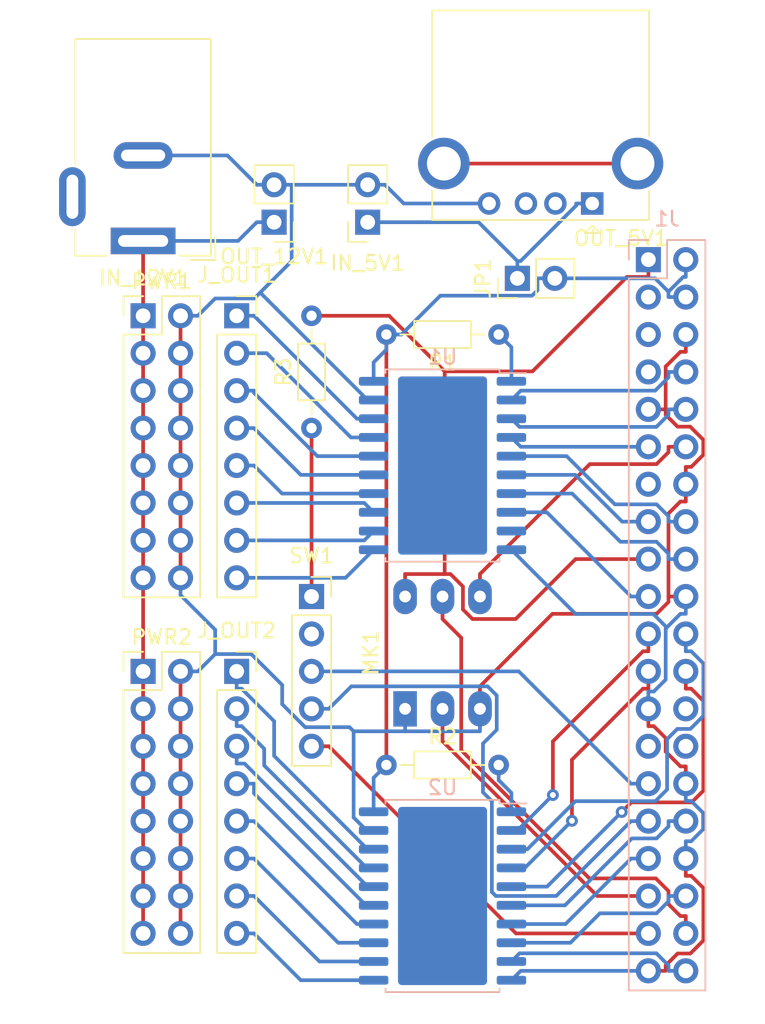
<source format=kicad_pcb>
(kicad_pcb (version 20240108) (generator "pcbnew") (generator_version "8.0")
  (layers (0 "F.Cu" signal) (31 "B.Cu" signal) (34 "B.Paste" user) (35 "F.Paste" user) (36 "B.SilkS" user "B.Silkscreen") (37 "F.SilkS" user "F.Silkscreen") (38 "B.Mask" user) (39 "F.Mask" user) (44 "Edge.Cuts" user))
  (net 0 "")
  (net 1 "GND")
  (net 2 "Net-(J1-Pad3)")
  (net 3 "VCC")
  (net 4 "Net-(J1-Pad5)")
  (net 5 "/SMI_SD13")
  (net 6 "/I2S_SD")
  (net 7 "/SEL_MODE3")
  (net 8 "/SMI_SD8")
  (net 9 "/I2S_WS")
  (net 10 "/SMI_SD5")
  (net 11 "/SMI_SD4")
  (net 12 "/SEL_MODE2")
  (net 13 "/SEL_MODE1")
  (net 14 "/SMI_SD0")
  (net 15 "/SMI_SD3")
  (net 16 "/SMI_SD17")
  (net 17 "/SMI_SD1")
  (net 18 "/SMI_SD2")
  (net 19 "/SMI_SD16")
  (net 20 "+3V3")
  (net 21 "/SMI_SD15")
  (net 22 "/SMI_SD14")
  (net 23 "/I2S_CLK")
  (net 24 "/SMI_SD9")
  (net 25 "/SMI_SD7")
  (net 26 "/SMI_SD6")
  (net 27 "+5V")
  (net 28 "+12V")
  (net 29 "Net-(R3-Pad1)")
  (net 30 "/SEL_MODE0")
  (net 31 "Net-(J1-Pad7)")
  (net 32 "Net-(J1-Pad13)")
  (net 33 "Net-(J1-Pad26)")
  (net 34 "Net-(J1-Pad27)")
  (net 35 "Net-(J1-Pad28)")
  (net 36 "Net-(J_OUT1-Pad1)")
  (net 37 "Net-(J_OUT1-Pad2)")
  (net 38 "Net-(J_OUT1-Pad3)")
  (net 39 "Net-(J_OUT1-Pad4)")
  (net 40 "Net-(J_OUT1-Pad5)")
  (net 41 "Net-(J_OUT1-Pad6)")
  (net 42 "Net-(J_OUT1-Pad7)")
  (net 43 "Net-(J_OUT1-Pad8)")
  (net 44 "Net-(J_OUT2-Pad1)")
  (net 45 "Net-(J_OUT2-Pad2)")
  (net 46 "Net-(J_OUT2-Pad3)")
  (net 47 "Net-(J_OUT2-Pad4)")
  (net 48 "Net-(J_OUT2-Pad5)")
  (net 49 "Net-(J_OUT2-Pad6)")
  (net 50 "Net-(J_OUT2-Pad7)")
  (net 51 "Net-(J_OUT2-Pad8)")
  (net 52 "Net-(OUT_5V1-Pad3)")
  (net 53 "Net-(OUT_5V1-Pad2)")
  (net 54 "Net-(OUT_5V1-Pad5)")
  (net 55 "Net-(R1-Pad1)")
  (net 56 "Net-(R2-Pad2)")
  (net 57 "Net-(U1-Pad9)")
  (footprint "Connector_USB:USB_A_CONNFLY_DS1095-WNR0" (layer "F.Cu") (at 133.35 92.71 180)
    (property "Reference" "OUT_5V1")
    (property "Value" "USB_A")
  )
  (footprint "Connector_PinSocket_2.54mm:PinSocket_1x02_P2.54mm_Vertical" (layer "F.Cu") (at 118.11 93.98 180)
    (property "Reference" "IN_5V1")
    (property "Value" "Conn_01x02_Female")
  )
  (footprint "Connector_PinHeader_2.54mm:PinHeader_1x02_P2.54mm_Vertical" (layer "F.Cu") (at 111.76 93.98 180)
    (property "Reference" "OUT_12V1")
    (property "Value" "Conn_01x02_Male")
  )
  (footprint "Connector_BarrelJack:BarrelJack_Wuerth_6941xx301002" (layer "F.Cu") (at 102.87 95.25 180)
    (property "Reference" "IN_12V1")
    (property "Value" "Jack-DC")
  )
  (footprint "LedBarsHat:Led_Power_Bus" (layer "F.Cu") (at 102.87 124.46)
    (property "Reference" "PWR2")
    (property "Value" "Conn_02x08_Row_Letter_Last")
  )
  (footprint "LedBarsHat:Led_Signal_Bus" (layer "F.Cu") (at 109.22 100.33)
    (property "Reference" "J_OUT1")
    (property "Value" "Conn_01x08_Female")
  )
  (footprint "LedBarsHat:Led_Signal_Bus" (layer "F.Cu") (at 109.22 124.46)
    (property "Reference" "J_OUT2")
    (property "Value" "Conn_01x08_Female")
  )
  (footprint "LedBarsHat:Led_Power_Bus" (layer "F.Cu") (at 102.87 100.33)
    (property "Reference" "PWR1")
    (property "Value" "Conn_02x08_Row_Letter_Last")
  )
  (footprint "Connector_PinHeader_2.54mm:PinHeader_1x02_P2.54mm_Vertical" (layer "F.Cu") (at 128.27 97.79 90)
    (property "Reference" "JP1")
    (property "Value" "Jumper")
  )
  (footprint "LedBarsHat:I2S_MEMS_Microphone" (layer "F.Cu") (at 120.65 127 90)
    (property "Reference" "MK1")
    (property "Value" "MP45DT02")
  )
  (footprint "Resistor_THT:R_Axial_DIN0204_L3.6mm_D1.6mm_P7.62mm_Horizontal" (layer "F.Cu") (at 119.38 130.81)
    (property "Reference" "R2")
    (property "Value" "R")
  )
  (footprint "Resistor_THT:R_Axial_DIN0204_L3.6mm_D1.6mm_P7.62mm_Horizontal" (layer "F.Cu") (at 127 101.6 180)
    (property "Reference" "R1")
    (property "Value" "R")
  )
  (footprint "Resistor_THT:R_Axial_DIN0204_L3.6mm_D1.6mm_P7.62mm_Horizontal" (layer "F.Cu") (at 114.3 107.95 90)
    (property "Reference" "R3")
    (property "Value" "R")
  )
  (footprint "Connector_PinSocket_2.54mm:PinSocket_1x05_P2.54mm_Vertical" (layer "F.Cu") (at 114.3 119.38)
    (property "Reference" "SW1")
    (property "Value" "SW_Coded")
  )
  (footprint "Connector_PinSocket_2.54mm:PinSocket_2x20_P2.54mm_Vertical" (layer "B.Cu") (at 137.16 96.52 180)
    (property "Reference" "J1")
    (property "Value" "Raspberry_Pi_2_3")
  )
  (footprint "Package_SO:SO-20-1EP_7.52x12.825mm_P1.27mm_EP6.045x12.09mm_Mask3.56x4.47mm" (layer "B.Cu") (at 123.19 139.7 180)
    (property "Reference" "U2")
    (property "Value" "74HCT245")
  )
  (footprint "Package_SO:SO-20-1EP_7.52x12.825mm_P1.27mm_EP6.045x12.09mm_Mask3.56x4.47mm" (layer "B.Cu") (at 123.19 110.49 180)
    (property "Reference" "U1")
    (property "Value" "74HCT245")
  )
  (segment (start 137.527 128.175) (end 137.16 128.175) (width 0.25) (layer "F.Cu") (net 1))
  (segment (start 105.41 127) (end 105.41 124.46) (width 0.25) (layer "F.Cu") (net 1))
  (segment (start 137.16 128.175) (end 137.16 127) (width 0.25) (layer "F.Cu") (net 1))
  (segment (start 140.893 139.161) (end 140.893 142.721) (width 0.25) (layer "F.Cu") (net 1))
  (segment (start 137.717 120.555) (end 138.525 119.747) (width 0.25) (layer "F.Cu") (net 1))
  (segment (start 139.143 143.605) (end 138.335 144.413) (width 0.25) (layer "F.Cu") (net 1))
  (segment (start 139.333 130.905) (end 138.335 129.907) (width 0.25) (layer "F.Cu") (net 1))
  (segment (start 140.893 142.721) (end 140.009 143.605) (width 0.25) (layer "F.Cu") (net 1))
  (segment (start 138.525 119.38) (end 138.525 113.743) (width 0.25) (layer "F.Cu") (net 1))
  (segment (start 105.41 137.16) (end 105.41 134.62) (width 0.25) (layer "F.Cu") (net 1))
  (segment (start 105.41 139.7) (end 105.41 137.16) (width 0.25) (layer "F.Cu") (net 1))
  (segment (start 105.41 118.11) (end 105.41 115.57) (width 0.25) (layer "F.Cu") (net 1))
  (segment (start 139.7 130.905) (end 139.333 130.905) (width 0.25) (layer "F.Cu") (net 1))
  (segment (start 139.7 111.76) (end 139.7 110.585) (width 0.25) (layer "F.Cu") (net 1))
  (segment (start 105.41 105.41) (end 105.41 102.87) (width 0.25) (layer "F.Cu") (net 1))
  (segment (start 105.41 129.54) (end 105.41 127) (width 0.25) (layer "F.Cu") (net 1))
  (segment (start 139.7 119.38) (end 138.525 119.38) (width 0.25) (layer "F.Cu") (net 1))
  (segment (start 130.649 120.555) (end 137.717 120.555) (width 0.25) (layer "F.Cu") (net 1))
  (segment (start 138.335 107.047) (end 138.335 106.68) (width 0.25) (layer "F.Cu") (net 1))
  (segment (start 138.335 128.983) (end 137.527 128.175) (width 0.25) (layer "F.Cu") (net 1))
  (segment (start 105.41 134.62) (end 105.41 132.08) (width 0.25) (layer "F.Cu") (net 1))
  (segment (start 140.067 138.335) (end 140.893 139.161) (width 0.25) (layer "F.Cu") (net 1))
  (segment (start 139.333 102.775) (end 139.7 102.775) (width 0.25) (layer "F.Cu") (net 1))
  (segment (start 138.335 144.78) (end 137.16 144.78) (width 0.25) (layer "F.Cu") (net 1))
  (segment (start 138.525 119.747) (end 138.525 119.38) (width 0.25) (layer "F.Cu") (net 1))
  (segment (start 138.335 144.413) (end 138.335 144.78) (width 0.25) (layer "F.Cu") (net 1))
  (segment (start 139.7 132.08) (end 139.7 130.905) (width 0.25) (layer "F.Cu") (net 1))
  (segment (start 139.143 107.855) (end 138.335 107.047) (width 0.25) (layer "F.Cu") (net 1))
  (segment (start 105.41 115.57) (end 105.41 113.03) (width 0.25) (layer "F.Cu") (net 1))
  (segment (start 139.7 110.585) (end 140.067 110.585) (width 0.25) (layer "F.Cu") (net 1))
  (segment (start 140.887 109.765) (end 140.887 108.741) (width 0.25) (layer "F.Cu") (net 1))
  (segment (start 125.73 125.475) (end 130.649 120.555) (width 0.25) (layer "F.Cu") (net 1))
  (segment (start 139.7 138.335) (end 140.067 138.335) (width 0.25) (layer "F.Cu") (net 1))
  (segment (start 138.335 129.907) (end 138.335 128.983) (width 0.25) (layer "F.Cu") (net 1))
  (segment (start 139.7 112.935) (end 139.7 111.76) (width 0.25) (layer "F.Cu") (net 1))
  (segment (start 140.009 143.605) (end 139.143 143.605) (width 0.25) (layer "F.Cu") (net 1))
  (segment (start 105.41 110.49) (end 105.41 107.95) (width 0.25) (layer "F.Cu") (net 1))
  (segment (start 139.7 102.775) (end 139.7 101.6) (width 0.25) (layer "F.Cu") (net 1))
  (segment (start 105.41 102.87) (end 105.41 100.33) (width 0.25) (layer "F.Cu") (net 1))
  (segment (start 105.41 113.03) (end 105.41 110.49) (width 0.25) (layer "F.Cu") (net 1))
  (segment (start 139.7 137.16) (end 139.7 138.335) (width 0.25) (layer "F.Cu") (net 1))
  (segment (start 105.41 107.95) (end 105.41 105.41) (width 0.25) (layer "F.Cu") (net 1))
  (segment (start 138.525 113.743) (end 139.333 112.935) (width 0.25) (layer "F.Cu") (net 1))
  (segment (start 105.41 142.24) (end 105.41 139.7) (width 0.25) (layer "F.Cu") (net 1))
  (segment (start 139.333 112.935) (end 139.7 112.935) (width 0.25) (layer "F.Cu") (net 1))
  (segment (start 138.335 103.773) (end 139.333 102.775) (width 0.25) (layer "F.Cu") (net 1))
  (segment (start 140.002 107.855) (end 139.143 107.855) (width 0.25) (layer "F.Cu") (net 1))
  (segment (start 105.41 132.08) (end 105.41 129.54) (width 0.25) (layer "F.Cu") (net 1))
  (segment (start 137.16 106.68) (end 138.335 106.68) (width 0.25) (layer "F.Cu") (net 1))
  (segment (start 125.73 127) (end 125.73 125.475) (width 0.25) (layer "F.Cu") (net 1))
  (segment (start 138.335 106.68) (end 138.335 103.773) (width 0.25) (layer "F.Cu") (net 1))
  (segment (start 140.887 108.741) (end 140.002 107.855) (width 0.25) (layer "F.Cu") (net 1))
  (segment (start 140.067 110.585) (end 140.887 109.765) (width 0.25) (layer "F.Cu") (net 1))
  (segment (start 139.333 120.555) (end 138.408 121.48) (width 0.25) (layer "B.Cu") (net 1))
  (segment (start 125.73 128.525) (end 125.73 127) (width 0.25) (layer "B.Cu") (net 1))
  (segment (start 139.7 135.985) (end 139.7 137.16) (width 0.25) (layer "B.Cu") (net 1))
  (segment (start 139.7 132.08) (end 139.7 133.255) (width 0.25) (layer "B.Cu") (net 1))
  (segment (start 140.067 135.985) (end 139.7 135.985) (width 0.25) (layer "B.Cu") (net 1))
  (segment (start 140.875 135.177) (end 140.067 135.985) (width 0.25) (layer "B.Cu") (net 1))
  (segment (start 140.067 133.255) (end 140.875 134.063) (width 0.25) (layer "B.Cu") (net 1))
  (segment (start 139.7 119.38) (end 139.7 120.555) (width 0.25) (layer "B.Cu") (net 1))
  (segment (start 110.816 98.7557) (end 118.106 106.045) (width 0.25) (layer "B.Cu") (net 1))
  (segment (start 117.156 134.373) (end 118.038 135.255) (width 0.25) (layer "B.Cu") (net 1))
  (segment (start 108.595 89.45) (end 110.585 91.44) (width 0.25) (layer "B.Cu") (net 1))
  (segment (start 139.7 120.555) (end 139.333 120.555) (width 0.25) (layer "B.Cu") (net 1))
  (segment (start 107.761 99.1546) (end 110.417 99.1546) (width 0.25) (layer "B.Cu") (net 1))
  (segment (start 139.7 133.255) (end 140.067 133.255) (width 0.25) (layer "B.Cu") (net 1))
  (segment (start 105.41 100.33) (end 106.585 100.33) (width 0.25) (layer "B.Cu") (net 1))
  (segment (start 105.41 118.11) (end 105.41 119.285) (width 0.25) (layer "B.Cu") (net 1))
  (segment (start 105.41 124.46) (end 106.585 124.46) (width 0.25) (layer "B.Cu") (net 1))
  (segment (start 140.875 134.063) (end 140.875 135.177) (width 0.25) (layer "B.Cu") (net 1))
  (segment (start 132.226 120.566) (end 127.865 116.205) (width 0.25) (layer "B.Cu") (net 1))
  (segment (start 138.335 121.553) (end 138.408 121.48) (width 0.25) (layer "B.Cu") (net 1))
  (segment (start 105.41 119.285) (end 107.761 121.636) (width 0.25) (layer "B.Cu") (net 1))
  (segment (start 137.16 125.825) (end 137.527 125.825) (width 0.25) (layer "B.Cu") (net 1))
  (segment (start 120.555 92.71) (end 119.285 91.44) (width 0.25) (layer "B.Cu") (net 1))
  (segment (start 112.308 126.685) (end 113.869 128.246) (width 0.25) (layer "B.Cu") (net 1))
  (segment (start 106.585 100.33) (end 107.761 99.1546) (width 0.25) (layer "B.Cu") (net 1))
  (segment (start 117.156 128.525) (end 120.65 128.525) (width 0.25) (layer "B.Cu") (net 1))
  (segment (start 113.869 128.246) (end 116.877 128.246) (width 0.25) (layer "B.Cu") (net 1))
  (segment (start 126.35 92.71) (end 120.555 92.71) (width 0.25) (layer "B.Cu") (net 1))
  (segment (start 112.308 125.381) (end 112.308 126.685) (width 0.25) (layer "B.Cu") (net 1))
  (segment (start 137.527 125.825) (end 138.335 125.017) (width 0.25) (layer "B.Cu") (net 1))
  (segment (start 110.585 91.44) (end 111.76 91.44) (width 0.25) (layer "B.Cu") (net 1))
  (segment (start 112.951 96.6214) (end 112.951 91.44) (width 0.25) (layer "B.Cu") (net 1))
  (segment (start 128.5 144.78) (end 127.865 145.415) (width 0.25) (layer "B.Cu") (net 1))
  (segment (start 119.285 91.44) (end 118.11 91.44) (width 0.25) (layer "B.Cu") (net 1))
  (segment (start 110.211 123.285) (end 112.308 125.381) (width 0.25) (layer "B.Cu") (net 1))
  (segment (start 107.761 121.636) (end 107.761 123.285) (width 0.25) (layer "B.Cu") (net 1))
  (segment (start 137.16 144.78) (end 128.5 144.78) (width 0.25) (layer "B.Cu") (net 1))
  (segment (start 120.65 127) (end 120.65 128.525) (width 0.25) (layer "B.Cu") (net 1))
  (segment (start 138.408 121.48) (end 137.494 120.566) (width 0.25) (layer "B.Cu") (net 1))
  (segment (start 110.816 98.7557) (end 112.951 96.6214) (width 0.25) (layer "B.Cu") (net 1))
  (segment (start 107.761 123.285) (end 110.211 123.285) (width 0.25) (layer "B.Cu") (net 1))
  (segment (start 120.65 128.525) (end 125.73 128.525) (width 0.25) (layer "B.Cu") (net 1))
  (segment (start 138.335 125.017) (end 138.335 121.553) (width 0.25) (layer "B.Cu") (net 1))
  (segment (start 112.951 91.44) (end 111.76 91.44) (width 0.25) (layer "B.Cu") (net 1))
  (segment (start 110.417 99.1546) (end 110.816 98.7557) (width 0.25) (layer "B.Cu") (net 1))
  (segment (start 137.16 127) (end 137.16 125.825) (width 0.25) (layer "B.Cu") (net 1))
  (segment (start 118.038 135.255) (end 118.515 135.255) (width 0.25) (layer "B.Cu") (net 1))
  (segment (start 116.877 128.246) (end 117.156 128.525) (width 0.25) (layer "B.Cu") (net 1))
  (segment (start 102.87 89.45) (end 108.595 89.45) (width 0.25) (layer "B.Cu") (net 1))
  (segment (start 112.951 91.44) (end 118.11 91.44) (width 0.25) (layer "B.Cu") (net 1))
  (segment (start 118.106 106.045) (end 118.515 106.045) (width 0.25) (layer "B.Cu") (net 1))
  (segment (start 137.494 120.566) (end 132.226 120.566) (width 0.25) (layer "B.Cu") (net 1))
  (segment (start 117.156 128.525) (end 117.156 134.373) (width 0.25) (layer "B.Cu") (net 1))
  (segment (start 106.585 124.46) (end 107.761 123.285) (width 0.25) (layer "B.Cu") (net 1))
  (segment (start 132.263 92.8459) (end 128.494 96.6147) (width 0.25) (layer "B.Cu") (net 3))
  (segment (start 118.11 93.98) (end 125.635 93.98) (width 0.25) (layer "B.Cu") (net 3))
  (segment (start 132.263 92.71) (end 132.263 92.8459) (width 0.25) (layer "B.Cu") (net 3))
  (segment (start 128.27 97.79) (end 128.27 96.6147) (width 0.25) (layer "B.Cu") (net 3))
  (segment (start 125.635 93.98) (end 128.27 96.6147) (width 0.25) (layer "B.Cu") (net 3))
  (segment (start 128.494 96.6147) (end 128.27 96.6147) (width 0.25) (layer "B.Cu") (net 3))
  (segment (start 133.35 92.71) (end 132.263 92.71) (width 0.25) (layer "B.Cu") (net 3))
  (segment (start 138.525 144.413) (end 137.701 143.589) (width 0.25) (layer "B.Cu") (net 5))
  (segment (start 137.701 143.589) (end 128.421 143.589) (width 0.25) (layer "B.Cu") (net 5))
  (segment (start 138.525 144.78) (end 138.525 144.413) (width 0.25) (layer "B.Cu") (net 5))
  (segment (start 128.421 143.589) (end 127.865 144.145) (width 0.25) (layer "B.Cu") (net 5))
  (segment (start 139.7 144.78) (end 138.525 144.78) (width 0.25) (layer "B.Cu") (net 5))
  (segment (start 138.525 139.364) (end 137.669 138.508) (width 0.25) (layer "F.Cu") (net 6))
  (segment (start 137.669 138.508) (end 133.157 138.508) (width 0.25) (layer "F.Cu") (net 6))
  (segment (start 133.157 138.508) (end 124.46 129.81) (width 0.25) (layer "F.Cu") (net 6))
  (segment (start 138.525 140.257) (end 138.525 139.364) (width 0.25) (layer "F.Cu") (net 6))
  (segment (start 124.46 129.81) (end 124.46 122.175) (width 0.25) (layer "F.Cu") (net 6))
  (segment (start 124.46 122.175) (end 123.19 120.905) (width 0.25) (layer "F.Cu") (net 6))
  (segment (start 139.333 141.065) (end 138.525 140.257) (width 0.25) (layer "F.Cu") (net 6))
  (segment (start 123.19 120.905) (end 123.19 119.38) (width 0.25) (layer "F.Cu") (net 6))
  (segment (start 139.7 141.065) (end 139.333 141.065) (width 0.25) (layer "F.Cu") (net 6))
  (segment (start 139.7 142.24) (end 139.7 141.065) (width 0.25) (layer "F.Cu") (net 6))
  (segment (start 115.475 129.54) (end 128.175 142.24) (width 0.25) (layer "F.Cu") (net 7))
  (segment (start 128.175 142.24) (end 137.16 142.24) (width 0.25) (layer "F.Cu") (net 7))
  (segment (start 114.3 129.54) (end 115.475 129.54) (width 0.25) (layer "F.Cu") (net 7))
  (segment (start 133.87 140.875) (end 131.87 142.875) (width 0.25) (layer "B.Cu") (net 8))
  (segment (start 138.525 139.7) (end 138.525 140.067) (width 0.25) (layer "B.Cu") (net 8))
  (segment (start 138.525 140.067) (end 137.717 140.875) (width 0.25) (layer "B.Cu") (net 8))
  (segment (start 139.7 139.7) (end 138.525 139.7) (width 0.25) (layer "B.Cu") (net 8))
  (segment (start 137.717 140.875) (end 133.87 140.875) (width 0.25) (layer "B.Cu") (net 8))
  (segment (start 131.87 142.875) (end 127.865 142.875) (width 0.25) (layer "B.Cu") (net 8))
  (segment (start 137.16 139.7) (end 133.69 139.7) (width 0.25) (layer "F.Cu") (net 9))
  (segment (start 133.69 139.7) (end 123.19 129.2) (width 0.25) (layer "F.Cu") (net 9))
  (segment (start 123.19 129.2) (end 123.19 127) (width 0.25) (layer "F.Cu") (net 9))
  (segment (start 135.985 137.16) (end 137.16 137.16) (width 0.25) (layer "B.Cu") (net 10))
  (segment (start 131.54 141.605) (end 135.985 137.16) (width 0.25) (layer "B.Cu") (net 10))
  (segment (start 127.865 141.605) (end 131.54 141.605) (width 0.25) (layer "B.Cu") (net 10))
  (segment (start 137.717 135.795) (end 136.037 135.795) (width 0.25) (layer "B.Cu") (net 11))
  (segment (start 136.037 135.795) (end 131.498 140.335) (width 0.25) (layer "B.Cu") (net 11))
  (segment (start 131.498 140.335) (end 127.865 140.335) (width 0.25) (layer "B.Cu") (net 11))
  (segment (start 138.525 134.987) (end 137.717 135.795) (width 0.25) (layer "B.Cu") (net 11))
  (segment (start 139.7 134.62) (end 138.525 134.62) (width 0.25) (layer "B.Cu") (net 11))
  (segment (start 138.525 134.62) (end 138.525 134.987) (width 0.25) (layer "B.Cu") (net 11))
  (segment (start 126.869 126.094) (end 126.25 125.475) (width 0.25) (layer "B.Cu") (net 12))
  (segment (start 137.16 134.62) (end 135.985 134.62) (width 0.25) (layer "B.Cu") (net 12))
  (segment (start 135.985 134.62) (end 130.905 139.7) (width 0.25) (layer "B.Cu") (net 12))
  (segment (start 125.935 129.358) (end 126.869 128.424) (width 0.25) (layer "B.Cu") (net 12))
  (segment (start 125.935 132.662) (end 125.935 129.358) (width 0.25) (layer "B.Cu") (net 12))
  (segment (start 126.539 139.43) (end 126.539 133.265) (width 0.25) (layer "B.Cu") (net 12))
  (segment (start 117.001 125.475) (end 115.475 127) (width 0.25) (layer "B.Cu") (net 12))
  (segment (start 130.905 139.7) (end 126.809 139.7) (width 0.25) (layer "B.Cu") (net 12))
  (segment (start 126.25 125.475) (end 117.001 125.475) (width 0.25) (layer "B.Cu") (net 12))
  (segment (start 126.539 133.265) (end 125.935 132.662) (width 0.25) (layer "B.Cu") (net 12))
  (segment (start 126.809 139.7) (end 126.539 139.43) (width 0.25) (layer "B.Cu") (net 12))
  (segment (start 126.869 128.424) (end 126.869 126.094) (width 0.25) (layer "B.Cu") (net 12))
  (segment (start 115.475 127) (end 114.3 127) (width 0.25) (layer "B.Cu") (net 12))
  (segment (start 128.365 124.46) (end 114.3 124.46) (width 0.25) (layer "B.Cu") (net 13))
  (segment (start 137.16 132.08) (end 135.985 132.08) (width 0.25) (layer "B.Cu") (net 13))
  (segment (start 135.985 132.08) (end 128.365 124.46) (width 0.25) (layer "B.Cu") (net 13))
  (segment (start 140.889 132.557) (end 140.096 133.35) (width 0.25) (layer "F.Cu") (net 14))
  (segment (start 136.002 133.35) (end 135.35 134.002) (width 0.25) (layer "F.Cu") (net 14))
  (segment (start 140.889 126.457) (end 140.889 132.557) (width 0.25) (layer "F.Cu") (net 14))
  (segment (start 139.7 125.635) (end 140.067 125.635) (width 0.25) (layer "F.Cu") (net 14))
  (segment (start 140.067 125.635) (end 140.889 126.457) (width 0.25) (layer "F.Cu") (net 14))
  (segment (start 139.7 124.46) (end 139.7 125.635) (width 0.25) (layer "F.Cu") (net 14))
  (segment (start 140.096 133.35) (end 136.002 133.35) (width 0.25) (layer "F.Cu") (net 14))
  (via (at 135.35 134.002) (size 0.8) (drill 0.4) (layers "F.Cu" "B.Cu") (net 14))
  (segment (start 127.865 139.065) (end 130.287 139.065) (width 0.25) (layer "B.Cu") (net 14))
  (segment (start 130.287 139.065) (end 135.35 134.002) (width 0.25) (layer "B.Cu") (net 14))
  (segment (start 137.16 125.635) (end 136.793 125.635) (width 0.25) (layer "F.Cu") (net 15))
  (segment (start 136.793 125.635) (end 131.972 130.456) (width 0.25) (layer "F.Cu") (net 15))
  (segment (start 131.972 130.456) (end 131.972 134.6) (width 0.25) (layer "F.Cu") (net 15))
  (segment (start 137.16 124.46) (end 137.16 125.635) (width 0.25) (layer "F.Cu") (net 15))
  (via (at 131.972 134.6) (size 0.8) (drill 0.4) (layers "F.Cu" "B.Cu") (net 15))
  (segment (start 131.972 134.6) (end 128.777 137.795) (width 0.25) (layer "B.Cu") (net 15))
  (segment (start 128.777 137.795) (end 127.865 137.795) (width 0.25) (layer "B.Cu") (net 15))
  (segment (start 128.951 136.525) (end 127.865 136.525) (width 0.25) (layer "B.Cu") (net 16))
  (segment (start 138.43 129.056) (end 138.43 132.475) (width 0.25) (layer "B.Cu") (net 16))
  (segment (start 139.7 123.095) (end 140.067 123.095) (width 0.25) (layer "B.Cu") (net 16))
  (segment (start 140.067 123.095) (end 140.893 123.921) (width 0.25) (layer "B.Cu") (net 16))
  (segment (start 140.009 128.365) (end 139.121 128.365) (width 0.25) (layer "B.Cu") (net 16))
  (segment (start 140.893 123.921) (end 140.893 127.481) (width 0.25) (layer "B.Cu") (net 16))
  (segment (start 139.121 128.365) (end 138.43 129.056) (width 0.25) (layer "B.Cu") (net 16))
  (segment (start 139.7 121.92) (end 139.7 123.095) (width 0.25) (layer "B.Cu") (net 16))
  (segment (start 140.893 127.481) (end 140.009 128.365) (width 0.25) (layer "B.Cu") (net 16))
  (segment (start 138.43 132.475) (end 137.638 133.267) (width 0.25) (layer "B.Cu") (net 16))
  (segment (start 132.209 133.267) (end 128.951 136.525) (width 0.25) (layer "B.Cu") (net 16))
  (segment (start 137.638 133.267) (end 132.209 133.267) (width 0.25) (layer "B.Cu") (net 16))
  (segment (start 137.16 121.92) (end 137.16 123.095) (width 0.25) (layer "F.Cu") (net 17))
  (segment (start 137.16 123.095) (end 136.793 123.095) (width 0.25) (layer "F.Cu") (net 17))
  (segment (start 130.681 129.207) (end 130.681 132.85) (width 0.25) (layer "F.Cu") (net 17))
  (segment (start 136.793 123.095) (end 130.681 129.207) (width 0.25) (layer "F.Cu") (net 17))
  (via (at 130.681 132.85) (size 0.8) (drill 0.4) (layers "F.Cu" "B.Cu") (net 17))
  (segment (start 130.681 132.85) (end 128.276 135.255) (width 0.25) (layer "B.Cu") (net 17))
  (segment (start 128.276 135.255) (end 127.865 135.255) (width 0.25) (layer "B.Cu") (net 17))
  (segment (start 135.985 119.38) (end 130.27 113.665) (width 0.25) (layer "B.Cu") (net 18))
  (segment (start 137.16 119.38) (end 135.985 119.38) (width 0.25) (layer "B.Cu") (net 18))
  (segment (start 130.27 113.665) (end 127.865 113.665) (width 0.25) (layer "B.Cu") (net 18))
  (segment (start 139.7 116.84) (end 138.525 116.84) (width 0.25) (layer "B.Cu") (net 19))
  (segment (start 138.525 116.473) (end 137.717 115.665) (width 0.25) (layer "B.Cu") (net 19))
  (segment (start 137.717 115.665) (end 135.261 115.665) (width 0.25) (layer "B.Cu") (net 19))
  (segment (start 131.991 112.395) (end 127.865 112.395) (width 0.25) (layer "B.Cu") (net 19))
  (segment (start 135.261 115.665) (end 131.991 112.395) (width 0.25) (layer "B.Cu") (net 19))
  (segment (start 138.525 116.84) (end 138.525 116.473) (width 0.25) (layer "B.Cu") (net 19))
  (segment (start 120.65 119.38) (end 120.65 117.855) (width 0.25) (layer "F.Cu") (net 20))
  (segment (start 137.16 97.6953) (end 135.702 97.6953) (width 0.25) (layer "F.Cu") (net 20))
  (segment (start 132.22 116.84) (end 128.155 120.905) (width 0.25) (layer "F.Cu") (net 20))
  (segment (start 129.294 104.104) (end 123.338 104.104) (width 0.25) (layer "F.Cu") (net 20))
  (segment (start 135.702 97.6953) (end 129.294 104.104) (width 0.25) (layer "F.Cu") (net 20))
  (segment (start 119.564 100.33) (end 123.338 104.104) (width 0.25) (layer "F.Cu") (net 20))
  (segment (start 124.575 120.259) (end 124.575 118.7) (width 0.25) (layer "F.Cu") (net 20))
  (segment (start 114.3 100.33) (end 119.564 100.33) (width 0.25) (layer "F.Cu") (net 20))
  (segment (start 137.16 116.84) (end 132.22 116.84) (width 0.25) (layer "F.Cu") (net 20))
  (segment (start 124.575 118.7) (end 123.73 117.855) (width 0.25) (layer "F.Cu") (net 20))
  (segment (start 128.155 120.905) (end 125.222 120.905) (width 0.25) (layer "F.Cu") (net 20))
  (segment (start 137.16 96.52) (end 137.16 97.6953) (width 0.25) (layer "F.Cu") (net 20))
  (segment (start 120.65 117.855) (end 123.338 117.855) (width 0.25) (layer "F.Cu") (net 20))
  (segment (start 123.73 117.855) (end 123.338 117.855) (width 0.25) (layer "F.Cu") (net 20))
  (segment (start 125.222 120.905) (end 124.575 120.259) (width 0.25) (layer "F.Cu") (net 20))
  (segment (start 123.338 104.104) (end 123.338 117.855) (width 0.25) (layer "F.Cu") (net 20))
  (segment (start 127.865 109.855) (end 131.615 109.855) (width 0.25) (layer "B.Cu") (net 21))
  (segment (start 139.7 114.3) (end 138.5247 114.3) (width 0.25) (layer "B.Cu") (net 21))
  (segment (start 138.5247 113.9326) (end 138.5247 114.3) (width 0.25) (layer "B.Cu") (net 21))
  (segment (start 134.8847 113.1247) (end 137.7168 113.1247) (width 0.25) (layer "B.Cu") (net 21))
  (segment (start 137.7168 113.1247) (end 138.5247 113.9326) (width 0.25) (layer "B.Cu") (net 21))
  (segment (start 131.615 109.855) (end 134.8847 113.1247) (width 0.25) (layer "B.Cu") (net 21))
  (segment (start 127.407 109.855) (end 127.865 109.855) (width 0.25) (layer "B.Cu") (net 21))
  (segment (start 137.16 114.3) (end 135.3789 114.3) (width 0.25) (layer "B.Cu") (net 22))
  (segment (start 135.3789 114.3) (end 132.2039 111.125) (width 0.25) (layer "B.Cu") (net 22))
  (segment (start 132.2039 111.125) (end 127.865 111.125) (width 0.25) (layer "B.Cu") (net 22))
  (segment (start 137.717 110.395) (end 133.189 110.395) (width 0.25) (layer "F.Cu") (net 23))
  (segment (start 133.189 110.395) (end 125.73 117.855) (width 0.25) (layer "F.Cu") (net 23))
  (segment (start 139.7 109.22) (end 138.525 109.22) (width 0.25) (layer "F.Cu") (net 23))
  (segment (start 138.525 109.587) (end 137.717 110.395) (width 0.25) (layer "F.Cu") (net 23))
  (segment (start 138.525 109.22) (end 138.525 109.587) (width 0.25) (layer "F.Cu") (net 23))
  (segment (start 125.73 117.855) (end 125.73 119.38) (width 0.25) (layer "F.Cu") (net 23))
  (segment (start 128.5 109.22) (end 127.865 108.585) (width 0.25) (layer "B.Cu") (net 24))
  (segment (start 137.16 109.22) (end 128.5 109.22) (width 0.25) (layer "B.Cu") (net 24))
  (segment (start 137.702 107.87) (end 128.42 107.87) (width 0.25) (layer "B.Cu") (net 25))
  (segment (start 128.42 107.87) (end 127.865 107.315) (width 0.25) (layer "B.Cu") (net 25))
  (segment (start 139.7 106.68) (end 138.525 106.68) (width 0.25) (layer "B.Cu") (net 25))
  (segment (start 138.525 107.047) (end 137.702 107.87) (width 0.25) (layer "B.Cu") (net 25))
  (segment (start 138.525 106.68) (end 138.525 107.047) (width 0.25) (layer "B.Cu") (net 25))
  (segment (start 138.525 104.14) (end 138.525 104.507) (width 0.25) (layer "B.Cu") (net 26))
  (segment (start 138.525 104.507) (end 137.622 105.41) (width 0.25) (layer "B.Cu") (net 26))
  (segment (start 128.5 105.41) (end 127.865 106.045) (width 0.25) (layer "B.Cu") (net 26))
  (segment (start 139.7 104.14) (end 138.525 104.14) (width 0.25) (layer "B.Cu") (net 26))
  (segment (start 137.622 105.41) (end 128.5 105.41) (width 0.25) (layer "B.Cu") (net 26))
  (segment (start 119.38 130.81) (end 119.38 101.6) (width 0.25) (layer "F.Cu") (net 27))
  (segment (start 119.38 101.6) (end 120.405 101.6) (width 0.25) (layer "B.Cu") (net 27))
  (segment (start 137.622 97.79) (end 138.525 98.6927) (width 0.25) (layer "B.Cu") (net 27))
  (segment (start 138.525 99.06) (end 138.525 98.6927) (width 0.25) (layer "B.Cu") (net 27))
  (segment (start 119.38 130.81) (end 118.515 131.675) (width 0.25) (layer "B.Cu") (net 27))
  (segment (start 129.635 98.5981) (end 129.635 97.79) (width 0.25) (layer "B.Cu") (net 27))
  (segment (start 118.515 131.675) (end 118.515 133.985) (width 0.25) (layer "B.Cu") (net 27))
  (segment (start 123.04 98.9653) (end 129.268 98.9653) (width 0.25) (layer "B.Cu") (net 27))
  (segment (start 139.522 97.6953) (end 138.525 98.6927) (width 0.25) (layer "B.Cu") (net 27))
  (segment (start 119.38 101.6) (end 119.38 102.625) (width 0.25) (layer "B.Cu") (net 27))
  (segment (start 129.635 97.79) (end 130.81 97.79) (width 0.25) (layer "B.Cu") (net 27))
  (segment (start 118.515 103.49) (end 118.515 104.775) (width 0.25) (layer "B.Cu") (net 27))
  (segment (start 120.405 101.6) (end 123.04 98.9653) (width 0.25) (layer "B.Cu") (net 27))
  (segment (start 129.268 98.9653) (end 129.635 98.5981) (width 0.25) (layer "B.Cu") (net 27))
  (segment (start 139.7 96.52) (end 139.7 97.6953) (width 0.25) (layer "B.Cu") (net 27))
  (segment (start 139.7 99.06) (end 138.525 99.06) (width 0.25) (layer "B.Cu") (net 27))
  (segment (start 130.81 97.79) (end 137.622 97.79) (width 0.25) (layer "B.Cu") (net 27))
  (segment (start 139.7 97.6953) (end 139.522 97.6953) (width 0.25) (layer "B.Cu") (net 27))
  (segment (start 119.38 102.625) (end 118.515 103.49) (width 0.25) (layer "B.Cu") (net 27))
  (segment (start 102.87 115.57) (end 102.87 113.03) (width 0.25) (layer "F.Cu") (net 28))
  (segment (start 102.87 102.87) (end 102.87 100.33) (width 0.25) (layer "F.Cu") (net 28))
  (segment (start 102.87 118.11) (end 102.87 115.57) (width 0.25) (layer "F.Cu") (net 28))
  (segment (start 102.87 118.11) (end 102.87 124.46) (width 0.25) (layer "F.Cu") (net 28))
  (segment (start 102.87 124.46) (end 102.87 127) (width 0.25) (layer "F.Cu") (net 28))
  (segment (start 102.87 139.7) (end 102.87 137.16) (width 0.25) (layer "F.Cu") (net 28))
  (segment (start 102.87 110.49) (end 102.87 107.95) (width 0.25) (layer "F.Cu") (net 28))
  (segment (start 102.87 134.62) (end 102.87 132.08) (width 0.25) (layer "F.Cu") (net 28))
  (segment (start 102.87 129.54) (end 102.87 127) (width 0.25) (layer "F.Cu") (net 28))
  (segment (start 102.87 142.24) (end 102.87 139.7) (width 0.25) (layer "F.Cu") (net 28))
  (segment (start 102.87 107.95) (end 102.87 105.41) (width 0.25) (layer "F.Cu") (net 28))
  (segment (start 102.87 137.16) (end 102.87 134.62) (width 0.25) (layer "F.Cu") (net 28))
  (segment (start 102.87 95.25) (end 102.87 100.33) (width 0.25) (layer "F.Cu") (net 28))
  (segment (start 102.87 132.08) (end 102.87 129.54) (width 0.25) (layer "F.Cu") (net 28))
  (segment (start 102.87 113.03) (end 102.87 110.49) (width 0.25) (layer "F.Cu") (net 28))
  (segment (start 102.87 105.41) (end 102.87 102.87) (width 0.25) (layer "F.Cu") (net 28))
  (segment (start 109.315 95.25) (end 110.585 93.98) (width 0.25) (layer "B.Cu") (net 28))
  (segment (start 110.585 93.98) (end 111.76 93.98) (width 0.25) (layer "B.Cu") (net 28))
  (segment (start 102.87 95.25) (end 109.315 95.25) (width 0.25) (layer "B.Cu") (net 28))
  (segment (start 114.3 107.95) (end 114.3 119.38) (width 0.25) (layer "F.Cu") (net 29))
  (segment (start 117.38 107.315) (end 118.515 107.315) (width 0.25) (layer "B.Cu") (net 36))
  (segment (start 109.22 100.33) (end 110.395 100.33) (width 0.25) (layer "B.Cu") (net 36))
  (segment (start 110.395 100.33) (end 117.38 107.315) (width 0.25) (layer "B.Cu") (net 36))
  (segment (start 116.975 108.585) (end 118.515 108.585) (width 0.25) (layer "B.Cu") (net 37))
  (segment (start 109.22 102.87) (end 111.26 102.87) (width 0.25) (layer "B.Cu") (net 37))
  (segment (start 111.26 102.87) (end 116.975 108.585) (width 0.25) (layer "B.Cu") (net 37))
  (segment (start 110.395 105.557) (end 114.693 109.855) (width 0.25) (layer "B.Cu") (net 38))
  (segment (start 109.22 105.41) (end 110.395 105.41) (width 0.25) (layer "B.Cu") (net 38))
  (segment (start 110.395 105.41) (end 110.395 105.557) (width 0.25) (layer "B.Cu") (net 38))
  (segment (start 114.693 109.855) (end 118.515 109.855) (width 0.25) (layer "B.Cu") (net 38))
  (segment (start 110.395 107.95) (end 113.57 111.125) (width 0.25) (layer "B.Cu") (net 39))
  (segment (start 109.22 107.95) (end 110.395 107.95) (width 0.25) (layer "B.Cu") (net 39))
  (segment (start 113.57 111.125) (end 118.515 111.125) (width 0.25) (layer "B.Cu") (net 39))
  (segment (start 110.395 110.49) (end 112.3 112.395) (width 0.25) (layer "B.Cu") (net 40))
  (segment (start 112.3 112.395) (end 118.515 112.395) (width 0.25) (layer "B.Cu") (net 40))
  (segment (start 109.22 110.49) (end 110.395 110.49) (width 0.25) (layer "B.Cu") (net 40))
  (segment (start 109.22 113.03) (end 117.88 113.03) (width 0.25) (layer "B.Cu") (net 41))
  (segment (start 117.88 113.03) (end 118.515 113.665) (width 0.25) (layer "B.Cu") (net 41))
  (segment (start 109.22 115.57) (end 117.88 115.57) (width 0.25) (layer "B.Cu") (net 42))
  (segment (start 117.88 115.57) (end 118.515 114.935) (width 0.25) (layer "B.Cu") (net 42))
  (segment (start 116.61 118.11) (end 118.515 116.205) (width 0.25) (layer "B.Cu") (net 43))
  (segment (start 109.22 118.11) (end 116.61 118.11) (width 0.25) (layer "B.Cu") (net 43))
  (segment (start 109.22 125.635) (end 109.557 125.635) (width 0.25) (layer "B.Cu") (net 44))
  (segment (start 109.557 125.635) (end 111.763 127.841) (width 0.25) (layer "B.Cu") (net 44))
  (segment (start 109.22 124.46) (end 109.22 125.635) (width 0.25) (layer "B.Cu") (net 44))
  (segment (start 111.763 130.194) (end 118.094 136.525) (width 0.25) (layer "B.Cu") (net 44))
  (segment (start 111.763 127.841) (end 111.763 130.194) (width 0.25) (layer "B.Cu") (net 44))
  (segment (start 118.094 136.525) (end 118.515 136.525) (width 0.25) (layer "B.Cu") (net 44))
  (segment (start 109.556 128.175) (end 111.087 129.707) (width 0.25) (layer "B.Cu") (net 45))
  (segment (start 118.041 137.795) (end 118.515 137.795) (width 0.25) (layer "B.Cu") (net 45))
  (segment (start 111.087 129.707) (end 111.087 130.841) (width 0.25) (layer "B.Cu") (net 45))
  (segment (start 109.22 128.175) (end 109.556 128.175) (width 0.25) (layer "B.Cu") (net 45))
  (segment (start 109.22 127) (end 109.22 128.175) (width 0.25) (layer "B.Cu") (net 45))
  (segment (start 111.087 130.841) (end 118.041 137.795) (width 0.25) (layer "B.Cu") (net 45))
  (segment (start 118.105 139.065) (end 118.515 139.065) (width 0.25) (layer "B.Cu") (net 46))
  (segment (start 109.755 130.715) (end 118.105 139.065) (width 0.25) (layer "B.Cu") (net 46))
  (segment (start 109.22 130.715) (end 109.755 130.715) (width 0.25) (layer "B.Cu") (net 46))
  (segment (start 109.22 129.54) (end 109.22 130.715) (width 0.25) (layer "B.Cu") (net 46))
  (segment (start 110.395 132.08) (end 110.395 132.735) (width 0.25) (layer "B.Cu") (net 47))
  (segment (start 117.995 140.335) (end 118.515 140.335) (width 0.25) (layer "B.Cu") (net 47))
  (segment (start 110.395 132.735) (end 117.995 140.335) (width 0.25) (layer "B.Cu") (net 47))
  (segment (start 109.22 132.08) (end 110.395 132.08) (width 0.25) (layer "B.Cu") (net 47))
  (segment (start 109.22 134.62) (end 110.395 134.62) (width 0.25) (layer "B.Cu") (net 48))
  (segment (start 117.38 141.605) (end 118.515 141.605) (width 0.25) (layer "B.Cu") (net 48))
  (segment (start 110.395 134.62) (end 117.38 141.605) (width 0.25) (layer "B.Cu") (net 48))
  (segment (start 109.22 137.16) (end 110.395 137.16) (width 0.25) (layer "B.Cu") (net 49))
  (segment (start 110.395 137.16) (end 116.11 142.875) (width 0.25) (layer "B.Cu") (net 49))
  (segment (start 116.11 142.875) (end 118.515 142.875) (width 0.25) (layer "B.Cu") (net 49))
  (segment (start 110.395 139.7) (end 114.84 144.145) (width 0.25) (layer "B.Cu") (net 50))
  (segment (start 114.84 144.145) (end 118.515 144.145) (width 0.25) (layer "B.Cu") (net 50))
  (segment (start 109.22 139.7) (end 110.395 139.7) (width 0.25) (layer "B.Cu") (net 50))
  (segment (start 113.57 145.415) (end 118.515 145.415) (width 0.25) (layer "B.Cu") (net 51))
  (segment (start 109.22 142.24) (end 110.395 142.24) (width 0.25) (layer "B.Cu") (net 51))
  (segment (start 110.395 142.24) (end 113.57 145.415) (width 0.25) (layer "B.Cu") (net 51))
  (segment (start 123.28 90) (end 136.42 90) (width 0.25) (layer "F.Cu") (net 54))
  (segment (start 127.865 102.465) (end 127.865 104.775) (width 0.25) (layer "B.Cu") (net 55))
  (segment (start 127 101.6) (end 127.865 102.465) (width 0.25) (layer "B.Cu") (net 55))
  (segment (start 127 131.835) (end 127.865 132.7) (width 0.25) (layer "B.Cu") (net 56))
  (segment (start 127.865 132.7) (end 127.865 133.985) (width 0.25) (layer "B.Cu") (net 56))
  (segment (start 127 130.81) (end 127 131.835) (width 0.25) (layer "B.Cu") (net 56))
)
</source>
